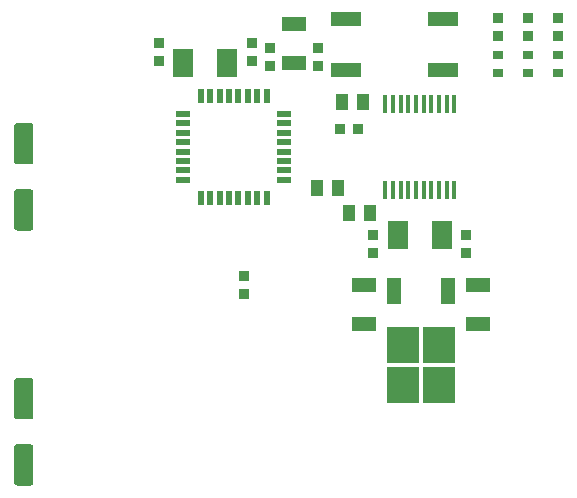
<source format=gbr>
G04 #@! TF.GenerationSoftware,KiCad,Pcbnew,5.1.2-1.fc30*
G04 #@! TF.CreationDate,2019-09-11T07:26:08-04:00*
G04 #@! TF.ProjectId,Platypus,506c6174-7970-4757-932e-6b696361645f,rev?*
G04 #@! TF.SameCoordinates,Original*
G04 #@! TF.FileFunction,Paste,Top*
G04 #@! TF.FilePolarity,Positive*
%FSLAX46Y46*%
G04 Gerber Fmt 4.6, Leading zero omitted, Abs format (unit mm)*
G04 Created by KiCad (PCBNEW 5.1.2-1.fc30) date 2019-09-11 07:26:08*
%MOMM*%
%LPD*%
G04 APERTURE LIST*
%ADD10R,1.016000X1.400000*%
%ADD11R,1.700000X2.400000*%
%ADD12R,0.900000X0.900000*%
%ADD13C,0.100000*%
%ADD14C,1.600000*%
%ADD15R,0.889000X0.762000*%
%ADD16R,2.540000X1.270000*%
%ADD17R,0.889000X0.889000*%
%ADD18R,1.200000X2.200000*%
%ADD19R,2.750000X3.050000*%
%ADD20R,0.398780X1.498600*%
%ADD21R,0.558800X1.270000*%
%ADD22R,1.270000X0.558800*%
%ADD23R,2.032000X1.270000*%
G04 APERTURE END LIST*
D10*
X193676000Y-38735000D03*
X191897000Y-38735000D03*
D11*
X196651000Y-50038000D03*
X200351000Y-50038000D03*
D12*
X194564000Y-51562000D03*
X194564000Y-50038000D03*
D10*
X194310000Y-48133000D03*
X192531000Y-48133000D03*
D12*
X202438000Y-50038000D03*
X202438000Y-51562000D03*
X185801000Y-34163000D03*
X185801000Y-35687000D03*
X184277000Y-35306000D03*
X184277000Y-33782000D03*
X176403000Y-35306000D03*
X176403000Y-33782000D03*
D10*
X189801500Y-46037500D03*
X191580500Y-46037500D03*
D12*
X189865000Y-35687000D03*
X189865000Y-34163000D03*
D13*
G36*
X165547504Y-40536204D02*
G01*
X165571773Y-40539804D01*
X165595571Y-40545765D01*
X165618671Y-40554030D01*
X165640849Y-40564520D01*
X165661893Y-40577133D01*
X165681598Y-40591747D01*
X165699777Y-40608223D01*
X165716253Y-40626402D01*
X165730867Y-40646107D01*
X165743480Y-40667151D01*
X165753970Y-40689329D01*
X165762235Y-40712429D01*
X165768196Y-40736227D01*
X165771796Y-40760496D01*
X165773000Y-40785000D01*
X165773000Y-43785000D01*
X165771796Y-43809504D01*
X165768196Y-43833773D01*
X165762235Y-43857571D01*
X165753970Y-43880671D01*
X165743480Y-43902849D01*
X165730867Y-43923893D01*
X165716253Y-43943598D01*
X165699777Y-43961777D01*
X165681598Y-43978253D01*
X165661893Y-43992867D01*
X165640849Y-44005480D01*
X165618671Y-44015970D01*
X165595571Y-44024235D01*
X165571773Y-44030196D01*
X165547504Y-44033796D01*
X165523000Y-44035000D01*
X164423000Y-44035000D01*
X164398496Y-44033796D01*
X164374227Y-44030196D01*
X164350429Y-44024235D01*
X164327329Y-44015970D01*
X164305151Y-44005480D01*
X164284107Y-43992867D01*
X164264402Y-43978253D01*
X164246223Y-43961777D01*
X164229747Y-43943598D01*
X164215133Y-43923893D01*
X164202520Y-43902849D01*
X164192030Y-43880671D01*
X164183765Y-43857571D01*
X164177804Y-43833773D01*
X164174204Y-43809504D01*
X164173000Y-43785000D01*
X164173000Y-40785000D01*
X164174204Y-40760496D01*
X164177804Y-40736227D01*
X164183765Y-40712429D01*
X164192030Y-40689329D01*
X164202520Y-40667151D01*
X164215133Y-40646107D01*
X164229747Y-40626402D01*
X164246223Y-40608223D01*
X164264402Y-40591747D01*
X164284107Y-40577133D01*
X164305151Y-40564520D01*
X164327329Y-40554030D01*
X164350429Y-40545765D01*
X164374227Y-40539804D01*
X164398496Y-40536204D01*
X164423000Y-40535000D01*
X165523000Y-40535000D01*
X165547504Y-40536204D01*
X165547504Y-40536204D01*
G37*
D14*
X164973000Y-42285000D03*
D13*
G36*
X165547504Y-46136204D02*
G01*
X165571773Y-46139804D01*
X165595571Y-46145765D01*
X165618671Y-46154030D01*
X165640849Y-46164520D01*
X165661893Y-46177133D01*
X165681598Y-46191747D01*
X165699777Y-46208223D01*
X165716253Y-46226402D01*
X165730867Y-46246107D01*
X165743480Y-46267151D01*
X165753970Y-46289329D01*
X165762235Y-46312429D01*
X165768196Y-46336227D01*
X165771796Y-46360496D01*
X165773000Y-46385000D01*
X165773000Y-49385000D01*
X165771796Y-49409504D01*
X165768196Y-49433773D01*
X165762235Y-49457571D01*
X165753970Y-49480671D01*
X165743480Y-49502849D01*
X165730867Y-49523893D01*
X165716253Y-49543598D01*
X165699777Y-49561777D01*
X165681598Y-49578253D01*
X165661893Y-49592867D01*
X165640849Y-49605480D01*
X165618671Y-49615970D01*
X165595571Y-49624235D01*
X165571773Y-49630196D01*
X165547504Y-49633796D01*
X165523000Y-49635000D01*
X164423000Y-49635000D01*
X164398496Y-49633796D01*
X164374227Y-49630196D01*
X164350429Y-49624235D01*
X164327329Y-49615970D01*
X164305151Y-49605480D01*
X164284107Y-49592867D01*
X164264402Y-49578253D01*
X164246223Y-49561777D01*
X164229747Y-49543598D01*
X164215133Y-49523893D01*
X164202520Y-49502849D01*
X164192030Y-49480671D01*
X164183765Y-49457571D01*
X164177804Y-49433773D01*
X164174204Y-49409504D01*
X164173000Y-49385000D01*
X164173000Y-46385000D01*
X164174204Y-46360496D01*
X164177804Y-46336227D01*
X164183765Y-46312429D01*
X164192030Y-46289329D01*
X164202520Y-46267151D01*
X164215133Y-46246107D01*
X164229747Y-46226402D01*
X164246223Y-46208223D01*
X164264402Y-46191747D01*
X164284107Y-46177133D01*
X164305151Y-46164520D01*
X164327329Y-46154030D01*
X164350429Y-46145765D01*
X164374227Y-46139804D01*
X164398496Y-46136204D01*
X164423000Y-46135000D01*
X165523000Y-46135000D01*
X165547504Y-46136204D01*
X165547504Y-46136204D01*
G37*
D14*
X164973000Y-47885000D03*
D13*
G36*
X165547504Y-67726204D02*
G01*
X165571773Y-67729804D01*
X165595571Y-67735765D01*
X165618671Y-67744030D01*
X165640849Y-67754520D01*
X165661893Y-67767133D01*
X165681598Y-67781747D01*
X165699777Y-67798223D01*
X165716253Y-67816402D01*
X165730867Y-67836107D01*
X165743480Y-67857151D01*
X165753970Y-67879329D01*
X165762235Y-67902429D01*
X165768196Y-67926227D01*
X165771796Y-67950496D01*
X165773000Y-67975000D01*
X165773000Y-70975000D01*
X165771796Y-70999504D01*
X165768196Y-71023773D01*
X165762235Y-71047571D01*
X165753970Y-71070671D01*
X165743480Y-71092849D01*
X165730867Y-71113893D01*
X165716253Y-71133598D01*
X165699777Y-71151777D01*
X165681598Y-71168253D01*
X165661893Y-71182867D01*
X165640849Y-71195480D01*
X165618671Y-71205970D01*
X165595571Y-71214235D01*
X165571773Y-71220196D01*
X165547504Y-71223796D01*
X165523000Y-71225000D01*
X164423000Y-71225000D01*
X164398496Y-71223796D01*
X164374227Y-71220196D01*
X164350429Y-71214235D01*
X164327329Y-71205970D01*
X164305151Y-71195480D01*
X164284107Y-71182867D01*
X164264402Y-71168253D01*
X164246223Y-71151777D01*
X164229747Y-71133598D01*
X164215133Y-71113893D01*
X164202520Y-71092849D01*
X164192030Y-71070671D01*
X164183765Y-71047571D01*
X164177804Y-71023773D01*
X164174204Y-70999504D01*
X164173000Y-70975000D01*
X164173000Y-67975000D01*
X164174204Y-67950496D01*
X164177804Y-67926227D01*
X164183765Y-67902429D01*
X164192030Y-67879329D01*
X164202520Y-67857151D01*
X164215133Y-67836107D01*
X164229747Y-67816402D01*
X164246223Y-67798223D01*
X164264402Y-67781747D01*
X164284107Y-67767133D01*
X164305151Y-67754520D01*
X164327329Y-67744030D01*
X164350429Y-67735765D01*
X164374227Y-67729804D01*
X164398496Y-67726204D01*
X164423000Y-67725000D01*
X165523000Y-67725000D01*
X165547504Y-67726204D01*
X165547504Y-67726204D01*
G37*
D14*
X164973000Y-69475000D03*
D13*
G36*
X165547504Y-62126204D02*
G01*
X165571773Y-62129804D01*
X165595571Y-62135765D01*
X165618671Y-62144030D01*
X165640849Y-62154520D01*
X165661893Y-62167133D01*
X165681598Y-62181747D01*
X165699777Y-62198223D01*
X165716253Y-62216402D01*
X165730867Y-62236107D01*
X165743480Y-62257151D01*
X165753970Y-62279329D01*
X165762235Y-62302429D01*
X165768196Y-62326227D01*
X165771796Y-62350496D01*
X165773000Y-62375000D01*
X165773000Y-65375000D01*
X165771796Y-65399504D01*
X165768196Y-65423773D01*
X165762235Y-65447571D01*
X165753970Y-65470671D01*
X165743480Y-65492849D01*
X165730867Y-65513893D01*
X165716253Y-65533598D01*
X165699777Y-65551777D01*
X165681598Y-65568253D01*
X165661893Y-65582867D01*
X165640849Y-65595480D01*
X165618671Y-65605970D01*
X165595571Y-65614235D01*
X165571773Y-65620196D01*
X165547504Y-65623796D01*
X165523000Y-65625000D01*
X164423000Y-65625000D01*
X164398496Y-65623796D01*
X164374227Y-65620196D01*
X164350429Y-65614235D01*
X164327329Y-65605970D01*
X164305151Y-65595480D01*
X164284107Y-65582867D01*
X164264402Y-65568253D01*
X164246223Y-65551777D01*
X164229747Y-65533598D01*
X164215133Y-65513893D01*
X164202520Y-65492849D01*
X164192030Y-65470671D01*
X164183765Y-65447571D01*
X164177804Y-65423773D01*
X164174204Y-65399504D01*
X164173000Y-65375000D01*
X164173000Y-62375000D01*
X164174204Y-62350496D01*
X164177804Y-62326227D01*
X164183765Y-62302429D01*
X164192030Y-62279329D01*
X164202520Y-62257151D01*
X164215133Y-62236107D01*
X164229747Y-62216402D01*
X164246223Y-62198223D01*
X164264402Y-62181747D01*
X164284107Y-62167133D01*
X164305151Y-62154520D01*
X164327329Y-62144030D01*
X164350429Y-62135765D01*
X164374227Y-62129804D01*
X164398496Y-62126204D01*
X164423000Y-62125000D01*
X165523000Y-62125000D01*
X165547504Y-62126204D01*
X165547504Y-62126204D01*
G37*
D14*
X164973000Y-63875000D03*
D15*
X207645000Y-34798000D03*
X207645000Y-36322000D03*
X205105000Y-36322000D03*
X205105000Y-34798000D03*
D16*
X192214500Y-36068000D03*
X192214500Y-31750000D03*
X200469500Y-31750000D03*
X200469500Y-36068000D03*
D17*
X183642000Y-54991000D03*
X183642000Y-53467000D03*
X193294000Y-41021000D03*
X191770000Y-41021000D03*
D18*
X200908000Y-54728000D03*
X196348000Y-54728000D03*
D19*
X197103000Y-62703000D03*
X200153000Y-59353000D03*
X200153000Y-62703000D03*
X197103000Y-59353000D03*
D20*
X195577460Y-46169580D03*
X196227700Y-46169580D03*
X196877940Y-46169580D03*
X197528180Y-46169580D03*
X198178420Y-46169580D03*
X198823580Y-46169580D03*
X199473820Y-46169580D03*
X200124060Y-46169580D03*
X200774300Y-46169580D03*
X201424540Y-46169580D03*
X201424540Y-38920420D03*
X200774300Y-38920420D03*
X200124060Y-38920420D03*
X199473820Y-38920420D03*
X198823580Y-38920420D03*
X198178420Y-38920420D03*
X197528180Y-38920420D03*
X196877940Y-38920420D03*
X196227700Y-38920420D03*
X195577460Y-38920420D03*
D21*
X185552080Y-38252400D03*
X184751980Y-38252400D03*
X183951880Y-38252400D03*
X183151780Y-38252400D03*
X182354220Y-38252400D03*
X181554120Y-38252400D03*
X180754020Y-38252400D03*
X179953920Y-38252400D03*
D22*
X178460400Y-39745920D03*
X178460400Y-40546020D03*
X178460400Y-41346120D03*
X178460400Y-42146220D03*
X178460400Y-42943780D03*
X178460400Y-43743880D03*
X178460400Y-44543980D03*
X178460400Y-45344080D03*
D21*
X179953920Y-46837600D03*
X180754020Y-46837600D03*
X181554120Y-46837600D03*
X182354220Y-46837600D03*
X183151780Y-46837600D03*
X183951880Y-46837600D03*
X184751980Y-46837600D03*
X185552080Y-46837600D03*
D22*
X187045600Y-45344080D03*
X187045600Y-44543980D03*
X187045600Y-43743880D03*
X187045600Y-42943780D03*
X187045600Y-42146220D03*
X187045600Y-41346120D03*
X187045600Y-40546020D03*
X187045600Y-39745920D03*
D11*
X182190000Y-35433000D03*
X178490000Y-35433000D03*
D15*
X210185000Y-36322000D03*
X210185000Y-34798000D03*
D17*
X210185000Y-33147000D03*
X210185000Y-31623000D03*
D23*
X203454000Y-57531000D03*
X203454000Y-54229000D03*
X193802000Y-54229000D03*
X193802000Y-57531000D03*
X187833000Y-35433000D03*
X187833000Y-32131000D03*
D17*
X207645000Y-33147000D03*
X207645000Y-31623000D03*
X205105000Y-33147000D03*
X205105000Y-31623000D03*
M02*

</source>
